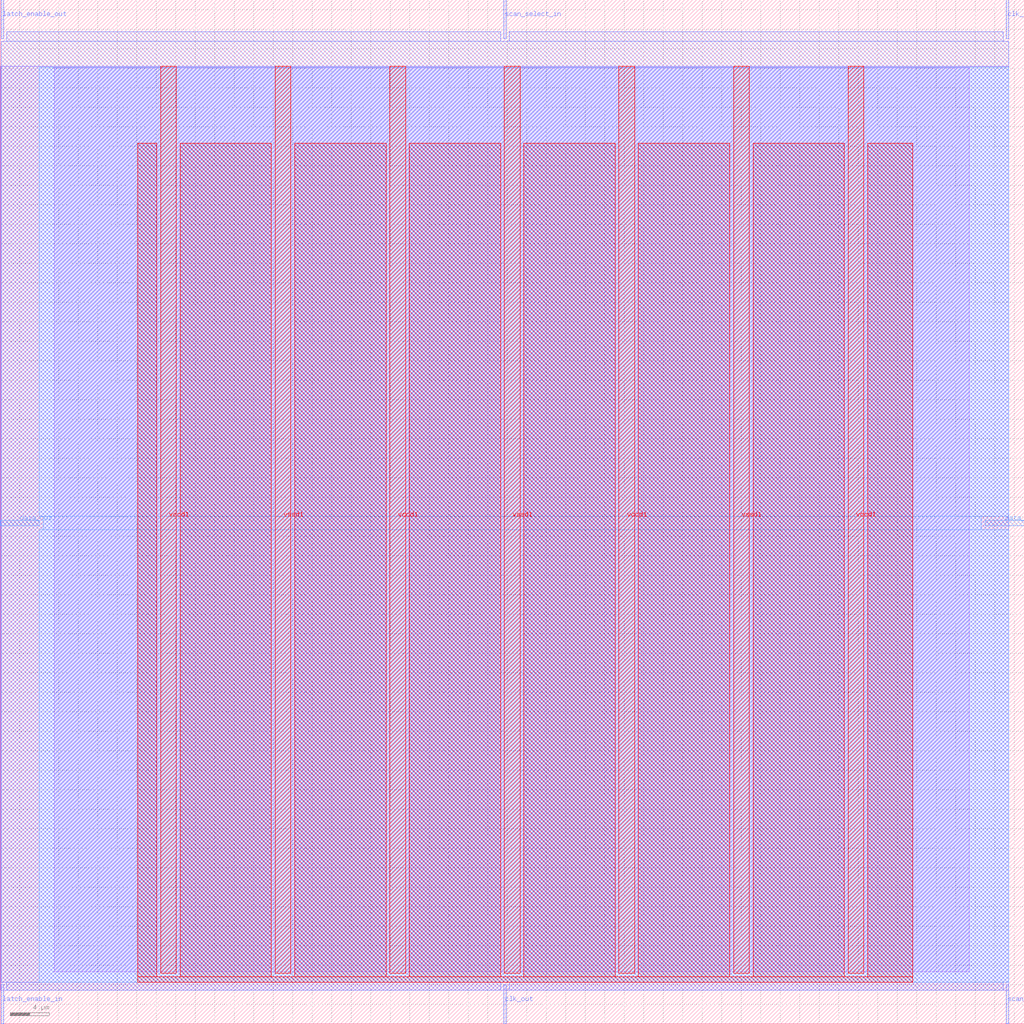
<source format=lef>
VERSION 5.7 ;
  NOWIREEXTENSIONATPIN ON ;
  DIVIDERCHAR "/" ;
  BUSBITCHARS "[]" ;
MACRO scan_wrapper_341528610027340372
  CLASS BLOCK ;
  FOREIGN scan_wrapper_341528610027340372 ;
  ORIGIN 0.000 0.000 ;
  SIZE 105.000 BY 105.000 ;
  PIN clk_in
    DIRECTION INPUT ;
    USE SIGNAL ;
    PORT
      LAYER met2 ;
        RECT 103.130 101.000 103.410 105.000 ;
    END
  END clk_in
  PIN clk_out
    DIRECTION OUTPUT TRISTATE ;
    USE SIGNAL ;
    PORT
      LAYER met2 ;
        RECT 51.610 0.000 51.890 4.000 ;
    END
  END clk_out
  PIN data_in
    DIRECTION INPUT ;
    USE SIGNAL ;
    PORT
      LAYER met3 ;
        RECT 101.000 51.040 105.000 51.640 ;
    END
  END data_in
  PIN data_out
    DIRECTION OUTPUT TRISTATE ;
    USE SIGNAL ;
    PORT
      LAYER met3 ;
        RECT 0.000 51.040 4.000 51.640 ;
    END
  END data_out
  PIN latch_enable_in
    DIRECTION INPUT ;
    USE SIGNAL ;
    PORT
      LAYER met2 ;
        RECT 0.090 0.000 0.370 4.000 ;
    END
  END latch_enable_in
  PIN latch_enable_out
    DIRECTION OUTPUT TRISTATE ;
    USE SIGNAL ;
    PORT
      LAYER met2 ;
        RECT 0.090 101.000 0.370 105.000 ;
    END
  END latch_enable_out
  PIN scan_select_in
    DIRECTION INPUT ;
    USE SIGNAL ;
    PORT
      LAYER met2 ;
        RECT 51.610 101.000 51.890 105.000 ;
    END
  END scan_select_in
  PIN scan_select_out
    DIRECTION OUTPUT TRISTATE ;
    USE SIGNAL ;
    PORT
      LAYER met2 ;
        RECT 103.130 0.000 103.410 4.000 ;
    END
  END scan_select_out
  PIN vccd1
    DIRECTION INOUT ;
    USE POWER ;
    PORT
      LAYER met4 ;
        RECT 16.465 5.200 18.065 98.160 ;
    END
    PORT
      LAYER met4 ;
        RECT 39.955 5.200 41.555 98.160 ;
    END
    PORT
      LAYER met4 ;
        RECT 63.445 5.200 65.045 98.160 ;
    END
    PORT
      LAYER met4 ;
        RECT 86.935 5.200 88.535 98.160 ;
    END
  END vccd1
  PIN vssd1
    DIRECTION INOUT ;
    USE GROUND ;
    PORT
      LAYER met4 ;
        RECT 28.210 5.200 29.810 98.160 ;
    END
    PORT
      LAYER met4 ;
        RECT 51.700 5.200 53.300 98.160 ;
    END
    PORT
      LAYER met4 ;
        RECT 75.190 5.200 76.790 98.160 ;
    END
  END vssd1
  OBS
      LAYER li1 ;
        RECT 5.520 5.355 99.360 98.005 ;
      LAYER met1 ;
        RECT 0.070 3.440 103.430 98.160 ;
      LAYER met2 ;
        RECT 0.650 100.720 51.330 101.730 ;
        RECT 52.170 100.720 102.850 101.730 ;
        RECT 0.100 4.280 103.410 100.720 ;
        RECT 0.650 3.410 51.330 4.280 ;
        RECT 52.170 3.410 102.850 4.280 ;
      LAYER met3 ;
        RECT 4.000 52.040 103.435 98.085 ;
        RECT 4.400 50.640 100.600 52.040 ;
        RECT 4.000 4.255 103.435 50.640 ;
      LAYER met4 ;
        RECT 14.095 4.800 16.065 90.265 ;
        RECT 18.465 4.800 27.810 90.265 ;
        RECT 30.210 4.800 39.555 90.265 ;
        RECT 41.955 4.800 51.300 90.265 ;
        RECT 53.700 4.800 63.045 90.265 ;
        RECT 65.445 4.800 74.790 90.265 ;
        RECT 77.190 4.800 86.535 90.265 ;
        RECT 88.935 4.800 93.545 90.265 ;
        RECT 14.095 4.255 93.545 4.800 ;
  END
END scan_wrapper_341528610027340372
END LIBRARY


</source>
